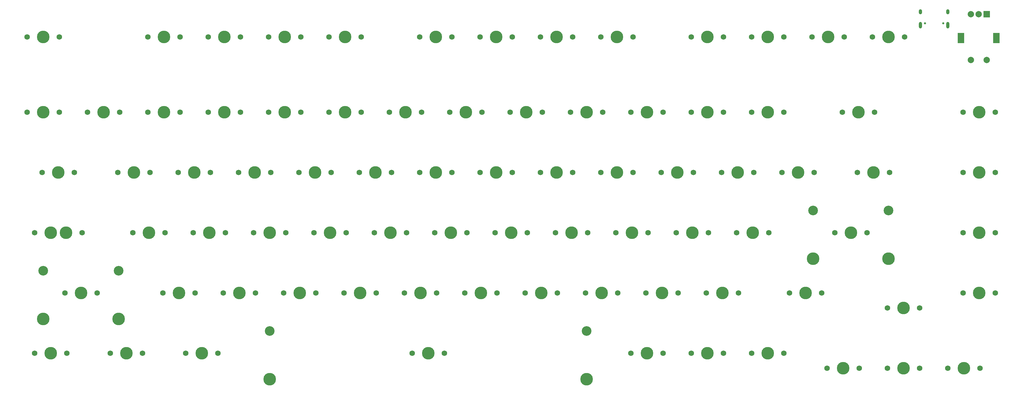
<source format=gts>
G04 #@! TF.GenerationSoftware,KiCad,Pcbnew,(5.1.4)-1*
G04 #@! TF.CreationDate,2020-09-19T16:07:07+10:00*
G04 #@! TF.ProjectId,keyboard-10,6b657962-6f61-4726-942d-31302e6b6963,rev?*
G04 #@! TF.SameCoordinates,Original*
G04 #@! TF.FileFunction,Soldermask,Top*
G04 #@! TF.FilePolarity,Negative*
%FSLAX46Y46*%
G04 Gerber Fmt 4.6, Leading zero omitted, Abs format (unit mm)*
G04 Created by KiCad (PCBNEW (5.1.4)-1) date 2020-09-19 16:07:07*
%MOMM*%
%LPD*%
G04 APERTURE LIST*
%ADD10C,3.987800*%
%ADD11C,1.750000*%
%ADD12R,2.000000X2.000000*%
%ADD13C,2.000000*%
%ADD14R,2.000000X3.200000*%
%ADD15C,3.048000*%
%ADD16O,1.000000X1.600000*%
%ADD17O,1.000000X2.100000*%
%ADD18C,0.650000*%
G04 APERTURE END LIST*
D10*
X143668750Y-162718750D03*
D11*
X138588750Y-162718750D03*
X148748750Y-162718750D03*
D10*
X138906250Y-162718750D03*
D11*
X133826250Y-162718750D03*
X143986250Y-162718750D03*
D12*
X434181250Y-93662500D03*
D13*
X431681250Y-93662500D03*
X429181250Y-93662500D03*
D14*
X437281250Y-101162500D03*
X426081250Y-101162500D03*
D13*
X434181250Y-108162500D03*
X429181250Y-108162500D03*
D10*
X136525000Y-100806250D03*
D11*
X131445000Y-100806250D03*
X141605000Y-100806250D03*
D10*
X407987500Y-186531250D03*
D11*
X402907500Y-186531250D03*
X413067500Y-186531250D03*
D10*
X377031250Y-181768750D03*
D11*
X371951250Y-181768750D03*
X382111250Y-181768750D03*
D10*
X355600000Y-143668750D03*
D11*
X350520000Y-143668750D03*
X360680000Y-143668750D03*
D10*
X374650000Y-143668750D03*
D11*
X369570000Y-143668750D03*
X379730000Y-143668750D03*
D10*
X169862500Y-162718750D03*
D11*
X164782500Y-162718750D03*
X174942500Y-162718750D03*
D10*
X269875000Y-124618750D03*
D11*
X264795000Y-124618750D03*
X274955000Y-124618750D03*
D10*
X427037500Y-205581250D03*
D11*
X421957500Y-205581250D03*
X432117500Y-205581250D03*
D10*
X407987500Y-205581250D03*
D11*
X402907500Y-205581250D03*
X413067500Y-205581250D03*
D10*
X388937500Y-205581250D03*
D11*
X383857500Y-205581250D03*
X394017500Y-205581250D03*
D10*
X365125000Y-200818750D03*
D11*
X360045000Y-200818750D03*
X370205000Y-200818750D03*
D10*
X346075000Y-200818750D03*
D11*
X340995000Y-200818750D03*
X351155000Y-200818750D03*
D10*
X327025000Y-200818750D03*
D11*
X321945000Y-200818750D03*
X332105000Y-200818750D03*
D10*
X257968750Y-200818750D03*
D11*
X252888750Y-200818750D03*
X263048750Y-200818750D03*
D15*
X207968850Y-193833750D03*
X307968650Y-193833750D03*
D10*
X207968850Y-209073750D03*
X307968650Y-209073750D03*
X186531250Y-200818750D03*
D11*
X181451250Y-200818750D03*
X191611250Y-200818750D03*
D10*
X162718750Y-200818750D03*
D11*
X157638750Y-200818750D03*
X167798750Y-200818750D03*
D10*
X138906250Y-200818750D03*
D11*
X133826250Y-200818750D03*
X143986250Y-200818750D03*
D10*
X431800000Y-181768750D03*
D11*
X426720000Y-181768750D03*
X436880000Y-181768750D03*
D10*
X350837500Y-181768750D03*
D11*
X345757500Y-181768750D03*
X355917500Y-181768750D03*
D10*
X331787500Y-181768750D03*
D11*
X326707500Y-181768750D03*
X336867500Y-181768750D03*
D10*
X312737500Y-181768750D03*
D11*
X307657500Y-181768750D03*
X317817500Y-181768750D03*
D10*
X293687500Y-181768750D03*
D11*
X288607500Y-181768750D03*
X298767500Y-181768750D03*
D10*
X274637500Y-181768750D03*
D11*
X269557500Y-181768750D03*
X279717500Y-181768750D03*
D10*
X255587500Y-181768750D03*
D11*
X250507500Y-181768750D03*
X260667500Y-181768750D03*
D10*
X236537500Y-181768750D03*
D11*
X231457500Y-181768750D03*
X241617500Y-181768750D03*
D10*
X217487500Y-181768750D03*
D11*
X212407500Y-181768750D03*
X222567500Y-181768750D03*
D10*
X198437500Y-181768750D03*
D11*
X193357500Y-181768750D03*
X203517500Y-181768750D03*
D10*
X179387500Y-181768750D03*
D11*
X174307500Y-181768750D03*
X184467500Y-181768750D03*
D10*
X148431250Y-181768750D03*
D11*
X143351250Y-181768750D03*
X153511250Y-181768750D03*
D15*
X136525000Y-174783750D03*
X160337500Y-174783750D03*
D10*
X136525000Y-190023750D03*
X160337500Y-190023750D03*
X431800000Y-162718750D03*
D11*
X426720000Y-162718750D03*
X436880000Y-162718750D03*
D10*
X391318750Y-162718750D03*
D11*
X386238750Y-162718750D03*
X396398750Y-162718750D03*
D15*
X379412500Y-155733750D03*
X403225000Y-155733750D03*
D10*
X379412500Y-170973750D03*
X403225000Y-170973750D03*
X360362500Y-162718750D03*
D11*
X355282500Y-162718750D03*
X365442500Y-162718750D03*
D10*
X341312500Y-162718750D03*
D11*
X336232500Y-162718750D03*
X346392500Y-162718750D03*
D10*
X322262500Y-162718750D03*
D11*
X317182500Y-162718750D03*
X327342500Y-162718750D03*
D10*
X303212500Y-162718750D03*
D11*
X298132500Y-162718750D03*
X308292500Y-162718750D03*
D10*
X284162500Y-162718750D03*
D11*
X279082500Y-162718750D03*
X289242500Y-162718750D03*
D10*
X265112500Y-162718750D03*
D11*
X260032500Y-162718750D03*
X270192500Y-162718750D03*
D10*
X246062500Y-162718750D03*
D11*
X240982500Y-162718750D03*
X251142500Y-162718750D03*
D10*
X227012500Y-162718750D03*
D11*
X221932500Y-162718750D03*
X232092500Y-162718750D03*
D10*
X207962500Y-162718750D03*
D11*
X202882500Y-162718750D03*
X213042500Y-162718750D03*
D10*
X188912500Y-162718750D03*
D11*
X183832500Y-162718750D03*
X193992500Y-162718750D03*
D10*
X431800000Y-143668750D03*
D11*
X426720000Y-143668750D03*
X436880000Y-143668750D03*
D10*
X398462500Y-143668750D03*
D11*
X393382500Y-143668750D03*
X403542500Y-143668750D03*
D10*
X336550000Y-143668750D03*
D11*
X331470000Y-143668750D03*
X341630000Y-143668750D03*
D10*
X317500000Y-143668750D03*
D11*
X312420000Y-143668750D03*
X322580000Y-143668750D03*
D10*
X298450000Y-143668750D03*
D11*
X293370000Y-143668750D03*
X303530000Y-143668750D03*
D10*
X279400000Y-143668750D03*
D11*
X274320000Y-143668750D03*
X284480000Y-143668750D03*
D10*
X260350000Y-143668750D03*
D11*
X255270000Y-143668750D03*
X265430000Y-143668750D03*
D10*
X241300000Y-143668750D03*
D11*
X236220000Y-143668750D03*
X246380000Y-143668750D03*
D10*
X222250000Y-143668750D03*
D11*
X217170000Y-143668750D03*
X227330000Y-143668750D03*
D10*
X203200000Y-143668750D03*
D11*
X198120000Y-143668750D03*
X208280000Y-143668750D03*
D10*
X184150000Y-143668750D03*
D11*
X179070000Y-143668750D03*
X189230000Y-143668750D03*
D10*
X165100000Y-143668750D03*
D11*
X160020000Y-143668750D03*
X170180000Y-143668750D03*
D10*
X141287500Y-143668750D03*
D11*
X136207500Y-143668750D03*
X146367500Y-143668750D03*
D10*
X431800000Y-124618750D03*
D11*
X426720000Y-124618750D03*
X436880000Y-124618750D03*
D10*
X393700000Y-124618750D03*
D11*
X388620000Y-124618750D03*
X398780000Y-124618750D03*
D10*
X365125000Y-124618750D03*
D11*
X360045000Y-124618750D03*
X370205000Y-124618750D03*
D10*
X346075000Y-124618750D03*
D11*
X340995000Y-124618750D03*
X351155000Y-124618750D03*
D10*
X327025000Y-124618750D03*
D11*
X321945000Y-124618750D03*
X332105000Y-124618750D03*
D10*
X307975000Y-124618750D03*
D11*
X302895000Y-124618750D03*
X313055000Y-124618750D03*
D10*
X288925000Y-124618750D03*
D11*
X283845000Y-124618750D03*
X294005000Y-124618750D03*
D10*
X250825000Y-124618750D03*
D11*
X245745000Y-124618750D03*
X255905000Y-124618750D03*
D10*
X231775000Y-124618750D03*
D11*
X226695000Y-124618750D03*
X236855000Y-124618750D03*
D10*
X212725000Y-124618750D03*
D11*
X207645000Y-124618750D03*
X217805000Y-124618750D03*
D10*
X193675000Y-124618750D03*
D11*
X188595000Y-124618750D03*
X198755000Y-124618750D03*
D10*
X174625000Y-124618750D03*
D11*
X169545000Y-124618750D03*
X179705000Y-124618750D03*
D10*
X155575000Y-124618750D03*
D11*
X150495000Y-124618750D03*
X160655000Y-124618750D03*
D10*
X136525000Y-124618750D03*
D11*
X131445000Y-124618750D03*
X141605000Y-124618750D03*
D10*
X403225000Y-100806250D03*
D11*
X398145000Y-100806250D03*
X408305000Y-100806250D03*
D10*
X384175000Y-100806250D03*
D11*
X379095000Y-100806250D03*
X389255000Y-100806250D03*
D10*
X365125000Y-100806250D03*
D11*
X360045000Y-100806250D03*
X370205000Y-100806250D03*
D10*
X346075000Y-100806250D03*
D11*
X340995000Y-100806250D03*
X351155000Y-100806250D03*
D10*
X317500000Y-100806250D03*
D11*
X312420000Y-100806250D03*
X322580000Y-100806250D03*
D10*
X298450000Y-100806250D03*
D11*
X293370000Y-100806250D03*
X303530000Y-100806250D03*
D10*
X279400000Y-100806250D03*
D11*
X274320000Y-100806250D03*
X284480000Y-100806250D03*
D10*
X260350000Y-100806250D03*
D11*
X255270000Y-100806250D03*
X265430000Y-100806250D03*
D10*
X231775000Y-100806250D03*
D11*
X226695000Y-100806250D03*
X236855000Y-100806250D03*
D10*
X212725000Y-100806250D03*
D11*
X207645000Y-100806250D03*
X217805000Y-100806250D03*
D10*
X193675000Y-100806250D03*
D11*
X188595000Y-100806250D03*
X198755000Y-100806250D03*
D10*
X174625000Y-100806250D03*
D11*
X169545000Y-100806250D03*
X179705000Y-100806250D03*
D16*
X421896000Y-92897000D03*
X413256000Y-92897000D03*
D17*
X421896000Y-97077000D03*
X413256000Y-97077000D03*
D18*
X414686000Y-96547000D03*
X420466000Y-96547000D03*
M02*

</source>
